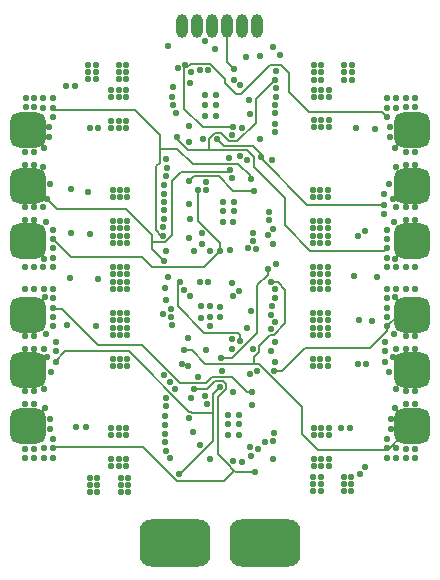
<source format=gbr>
%TF.GenerationSoftware,KiCad,Pcbnew,7.0.2*%
%TF.CreationDate,2023-05-24T20:20:13+03:00*%
%TF.ProjectId,Slimmeri_GD32,536c696d-6d65-4726-995f-474433322e6b,rev?*%
%TF.SameCoordinates,Original*%
%TF.FileFunction,Copper,L2,Inr*%
%TF.FilePolarity,Positive*%
%FSLAX46Y46*%
G04 Gerber Fmt 4.6, Leading zero omitted, Abs format (unit mm)*
G04 Created by KiCad (PCBNEW 7.0.2) date 2023-05-24 20:20:13*
%MOMM*%
%LPD*%
G01*
G04 APERTURE LIST*
G04 Aperture macros list*
%AMRoundRect*
0 Rectangle with rounded corners*
0 $1 Rounding radius*
0 $2 $3 $4 $5 $6 $7 $8 $9 X,Y pos of 4 corners*
0 Add a 4 corners polygon primitive as box body*
4,1,4,$2,$3,$4,$5,$6,$7,$8,$9,$2,$3,0*
0 Add four circle primitives for the rounded corners*
1,1,$1+$1,$2,$3*
1,1,$1+$1,$4,$5*
1,1,$1+$1,$6,$7*
1,1,$1+$1,$8,$9*
0 Add four rect primitives between the rounded corners*
20,1,$1+$1,$2,$3,$4,$5,0*
20,1,$1+$1,$4,$5,$6,$7,0*
20,1,$1+$1,$6,$7,$8,$9,0*
20,1,$1+$1,$8,$9,$2,$3,0*%
G04 Aperture macros list end*
%TA.AperFunction,ComponentPad*%
%ADD10O,1.000000X2.000000*%
%TD*%
%TA.AperFunction,ComponentPad*%
%ADD11C,1.000000*%
%TD*%
%TA.AperFunction,ComponentPad*%
%ADD12RoundRect,0.750000X-0.750000X0.750000X-0.750000X-0.750000X0.750000X-0.750000X0.750000X0.750000X0*%
%TD*%
%TA.AperFunction,ComponentPad*%
%ADD13RoundRect,0.750000X0.750000X-0.750000X0.750000X0.750000X-0.750000X0.750000X-0.750000X-0.750000X0*%
%TD*%
%TA.AperFunction,ComponentPad*%
%ADD14RoundRect,1.000000X-2.000000X-1.000000X2.000000X-1.000000X2.000000X1.000000X-2.000000X1.000000X0*%
%TD*%
%TA.AperFunction,ViaPad*%
%ADD15C,0.550000*%
%TD*%
%TA.AperFunction,Conductor*%
%ADD16C,0.150000*%
%TD*%
G04 APERTURE END LIST*
D10*
%TO.N,/M4*%
%TO.C,J13*%
X138590000Y-53637500D03*
%TO.N,/M3*%
X137320000Y-53637500D03*
%TO.N,/M2*%
X136050000Y-53637500D03*
%TO.N,/M1*%
X134780000Y-53637500D03*
%TO.N,/VBAT*%
X133510000Y-53637500D03*
%TO.N,GND*%
X132240000Y-53637500D03*
%TD*%
D11*
%TO.N,/Motor3/MotorOutA*%
%TO.C,J7*%
X151000000Y-72650000D03*
X152500000Y-72650000D03*
D12*
X151750000Y-71900000D03*
D11*
X151000000Y-71150000D03*
X152500000Y-71150000D03*
%TD*%
%TO.N,/Motor2/MotorOutA*%
%TO.C,J4*%
X118500000Y-63250000D03*
X120000000Y-63250000D03*
D12*
X119250000Y-62500000D03*
D11*
X118500000Y-61750000D03*
X120000000Y-61750000D03*
%TD*%
%TO.N,/Motor3/MotorOutB*%
%TO.C,J8*%
X151000000Y-67950000D03*
X152500000Y-67950000D03*
D12*
X151750000Y-67200000D03*
D11*
X151000000Y-66450000D03*
X152500000Y-66450000D03*
%TD*%
%TO.N,/Motor4/MotorOutC*%
%TO.C,J12*%
X152500000Y-77350000D03*
X151000000Y-77350000D03*
D13*
X151750000Y-78100000D03*
D11*
X152500000Y-78850000D03*
X151000000Y-78850000D03*
%TD*%
D14*
%TO.N,/VBAT*%
%TO.C,TP14*%
X139300000Y-97400000D03*
%TD*%
D11*
%TO.N,/Motor2/MotorOutB*%
%TO.C,J5*%
X118500000Y-67950000D03*
X120000000Y-67950000D03*
D12*
X119250000Y-67200000D03*
D11*
X118500000Y-66450000D03*
X120000000Y-66450000D03*
%TD*%
%TO.N,/Motor3/MotorOutC*%
%TO.C,J9*%
X151000000Y-63250000D03*
X152500000Y-63250000D03*
D12*
X151750000Y-62500000D03*
D11*
X151000000Y-61750000D03*
X152500000Y-61750000D03*
%TD*%
%TO.N,/Motor4/MotorOutB*%
%TO.C,J11*%
X152500000Y-82050000D03*
X151000000Y-82050000D03*
D13*
X151750000Y-82800000D03*
D11*
X152500000Y-83550000D03*
X151000000Y-83550000D03*
%TD*%
D14*
%TO.N,GND*%
%TO.C,TP13*%
X131700000Y-97400000D03*
%TD*%
D11*
%TO.N,/Motor1/MotorOutA*%
%TO.C,J1*%
X120000000Y-77350000D03*
X118500000Y-77350000D03*
D13*
X119250000Y-78100000D03*
D11*
X120000000Y-78850000D03*
X118500000Y-78850000D03*
%TD*%
%TO.N,/Motor4/MotorOutA*%
%TO.C,J10*%
X152500000Y-86750000D03*
X151000000Y-86750000D03*
D13*
X151750000Y-87500000D03*
D11*
X152500000Y-88250000D03*
X151000000Y-88250000D03*
%TD*%
%TO.N,/Motor1/MotorOutB*%
%TO.C,J2*%
X120000000Y-82050000D03*
X118500000Y-82050000D03*
D13*
X119250000Y-82800000D03*
D11*
X120000000Y-83550000D03*
X118500000Y-83550000D03*
%TD*%
%TO.N,/Motor2/MotorOutC*%
%TO.C,J6*%
X118500000Y-72650000D03*
X120000000Y-72650000D03*
D12*
X119250000Y-71900000D03*
D11*
X118500000Y-71150000D03*
X120000000Y-71150000D03*
%TD*%
%TO.N,/Motor1/MotorOutC*%
%TO.C,J3*%
X120000000Y-86750000D03*
X118500000Y-86750000D03*
D13*
X119250000Y-87500000D03*
D11*
X120000000Y-88250000D03*
X118500000Y-88250000D03*
%TD*%
D15*
%TO.N,GND*%
X138000000Y-83150000D03*
X135100000Y-55600000D03*
%TO.N,/M2*%
X136659239Y-57327718D03*
%TO.N,/M3*%
X134200000Y-54975000D03*
%TO.N,GND*%
X136250000Y-64800000D03*
X130900000Y-72700000D03*
X140600000Y-56100000D03*
X139950000Y-55450000D03*
X131050000Y-55400000D03*
X134650000Y-72749500D03*
%TO.N,/Motor4/BEMF_COMMON*%
X136580632Y-76525500D03*
%TO.N,GND*%
X146475000Y-87675000D03*
%TO.N,/5V*%
X134668246Y-90325500D03*
%TO.N,/3.3V*%
X138725000Y-89500000D03*
%TO.N,GND*%
X132250000Y-82250000D03*
X140225000Y-57475000D03*
%TO.N,/Motor3/MotorOutB*%
X138925000Y-64750000D03*
%TO.N,GND*%
X131910150Y-57231529D03*
X139875000Y-65025000D03*
X140200000Y-73850000D03*
X140000000Y-90325000D03*
X135150000Y-60350000D03*
X135125000Y-61250000D03*
X134225000Y-59525000D03*
X134225000Y-61250000D03*
X135150000Y-59525000D03*
X134225000Y-60350000D03*
X136650000Y-69350000D03*
X136625000Y-70250000D03*
X135725000Y-68525000D03*
X135725000Y-70250000D03*
X136650000Y-68525000D03*
X135725000Y-69350000D03*
X136175000Y-86575000D03*
X137100000Y-87400000D03*
X136175000Y-87400000D03*
X137100000Y-86575000D03*
X137075000Y-88300000D03*
X136175000Y-88300000D03*
X134625000Y-79075500D03*
X133850000Y-78350000D03*
X135525000Y-78325000D03*
X134625000Y-78325000D03*
X137101760Y-76058885D03*
X135525000Y-77425000D03*
X134625000Y-77400000D03*
X133850000Y-77400000D03*
X130674500Y-78075000D03*
X130850000Y-75875000D03*
X131277911Y-83788804D03*
X130755746Y-83244254D03*
X132814926Y-82427719D03*
%TO.N,/3.3V*%
X131642300Y-84385900D03*
%TO.N,/5V*%
X133646479Y-83347485D03*
%TO.N,/VBAT*%
X135700000Y-82875000D03*
%TO.N,GND*%
X138646800Y-82853200D03*
X140149003Y-80413160D03*
%TO.N,/3.3V*%
X139824957Y-78109154D03*
X130900000Y-76825000D03*
%TO.N,/5V*%
X136499500Y-75450000D03*
%TO.N,/3.3V*%
X139550000Y-71400000D03*
%TO.N,GND*%
X139975000Y-72125000D03*
X131000000Y-65700000D03*
%TO.N,/3.3V*%
X130950000Y-66400000D03*
%TO.N,GND*%
X137150000Y-64700000D03*
X138916052Y-63215676D03*
%TO.N,/3.3V*%
X131550000Y-58817500D03*
%TO.N,/5V*%
X136696364Y-58196390D03*
%TO.N,/3.3V*%
X137774324Y-65015468D03*
%TO.N,/VBAT*%
X130874500Y-64955900D03*
X143450000Y-88325000D03*
X144075000Y-88325000D03*
X144700000Y-88325000D03*
X144700000Y-87725000D03*
X143450000Y-87725000D03*
X144075000Y-87725000D03*
%TO.N,GND*%
X144700000Y-90325000D03*
X144075000Y-90325000D03*
X143450000Y-90325000D03*
X143450000Y-90925000D03*
X144700000Y-90925000D03*
X144075000Y-90925000D03*
X144000000Y-93075000D03*
X144000000Y-92450000D03*
X144000000Y-91825000D03*
X143400000Y-91825000D03*
X143400000Y-93075000D03*
X143400000Y-92450000D03*
%TO.N,/VBAT*%
X146600000Y-93075000D03*
X146600000Y-92450000D03*
X146600000Y-91825000D03*
X146000000Y-91825000D03*
X146000000Y-93075000D03*
X146000000Y-92450000D03*
X143350000Y-78550000D03*
X143975000Y-78550000D03*
X144600000Y-78550000D03*
X144600000Y-77950000D03*
X143350000Y-77950000D03*
X143975000Y-77950000D03*
X143350000Y-79850000D03*
X143975000Y-79850000D03*
X144600000Y-79850000D03*
X144600000Y-79250000D03*
X143350000Y-79250000D03*
X143975000Y-79250000D03*
%TO.N,GND*%
X143350000Y-82450000D03*
X143975000Y-82450000D03*
X144600000Y-82450000D03*
X144600000Y-81850000D03*
X143350000Y-81850000D03*
X143975000Y-81850000D03*
X143350000Y-75950000D03*
X143975000Y-75950000D03*
X144600000Y-75950000D03*
X144600000Y-75350000D03*
X143350000Y-75350000D03*
X143975000Y-75350000D03*
X143975000Y-74050000D03*
X143350000Y-74650000D03*
X144600000Y-74050000D03*
X143975000Y-74650000D03*
X143350000Y-74050000D03*
X144600000Y-74650000D03*
%TO.N,/VBAT*%
X143975000Y-71450000D03*
X144600000Y-72050000D03*
X143350000Y-72050000D03*
X144600000Y-71450000D03*
X143975000Y-72050000D03*
X143350000Y-71450000D03*
X143975000Y-70150000D03*
X144600000Y-70750000D03*
X143350000Y-70750000D03*
X144600000Y-70150000D03*
X143975000Y-70750000D03*
X143350000Y-70150000D03*
%TO.N,GND*%
X143975000Y-67550000D03*
X144600000Y-68150000D03*
X143350000Y-68150000D03*
X144600000Y-67550000D03*
X143975000Y-68150000D03*
X143350000Y-67550000D03*
%TO.N,/VBAT*%
X146025000Y-57600000D03*
X146025000Y-58225000D03*
X146625000Y-57600000D03*
X146625000Y-56975000D03*
X146025000Y-56975000D03*
X146625000Y-58225000D03*
%TO.N,GND*%
X143425000Y-57600000D03*
X143425000Y-58225000D03*
X144025000Y-57600000D03*
X144025000Y-56975000D03*
X143425000Y-56975000D03*
X144025000Y-58225000D03*
X144050000Y-59050000D03*
X143425000Y-59050000D03*
X144050000Y-59650000D03*
X144675000Y-59650000D03*
X144675000Y-59050000D03*
X143425000Y-59650000D03*
%TO.N,/VBAT*%
X144050000Y-61650000D03*
X143425000Y-61650000D03*
X144050000Y-62250000D03*
X144675000Y-62250000D03*
X144675000Y-61650000D03*
X143425000Y-62250000D03*
X126925000Y-61675000D03*
X126300000Y-61675000D03*
X126925000Y-62275000D03*
X127550000Y-62275000D03*
X127550000Y-61675000D03*
X126300000Y-62275000D03*
%TO.N,GND*%
X126925000Y-59075000D03*
X126925000Y-59675000D03*
X127550000Y-59075000D03*
X127550000Y-59675000D03*
X126300000Y-59675000D03*
X126300000Y-59075000D03*
%TO.N,/VBAT*%
X124950000Y-57550000D03*
X124350000Y-57550000D03*
X124950000Y-58175000D03*
X124350000Y-58175000D03*
X124350000Y-56925000D03*
X124950000Y-56925000D03*
%TO.N,GND*%
X126950000Y-57550000D03*
X127550000Y-57550000D03*
X126950000Y-56925000D03*
X127550000Y-56925000D03*
X127550000Y-58175000D03*
X126950000Y-58175000D03*
X127025000Y-67550000D03*
X127025000Y-68150500D03*
X126400000Y-68150000D03*
X127650000Y-67550000D03*
X126400000Y-67550000D03*
X127650000Y-68150000D03*
%TO.N,/VBAT*%
X127025000Y-70150000D03*
X127025000Y-70750000D03*
X126400000Y-70750000D03*
X127650000Y-70150000D03*
X126400000Y-70150000D03*
X127650000Y-70750000D03*
X127025000Y-71450000D03*
X127025000Y-72050000D03*
X126400000Y-72050000D03*
X127650000Y-71450000D03*
X126400000Y-71450000D03*
X127650000Y-72050000D03*
%TO.N,GND*%
X127025000Y-74050000D03*
X127050000Y-74650000D03*
X126400000Y-74650000D03*
X127650000Y-74050000D03*
X126400000Y-74050000D03*
X127650000Y-74650000D03*
X127025000Y-75350000D03*
X127025000Y-75950000D03*
X126400000Y-75950000D03*
X127650000Y-75350000D03*
X126400000Y-75350000D03*
X127650000Y-75950000D03*
%TO.N,/VBAT*%
X127025000Y-77950000D03*
X127025000Y-78550000D03*
X126400000Y-78550000D03*
X127650000Y-77950000D03*
X126400000Y-77950000D03*
X127650000Y-78550000D03*
X127025000Y-79250000D03*
X127025000Y-79850000D03*
X126400000Y-79850000D03*
X127650000Y-79250000D03*
X126400000Y-79250000D03*
X127650000Y-79850000D03*
%TO.N,GND*%
X127025000Y-81850000D03*
X127025000Y-82450000D03*
X126400000Y-82450000D03*
X127650000Y-81850000D03*
X126400000Y-81850000D03*
X127650000Y-82450000D03*
X127075000Y-92550000D03*
X127675000Y-92525000D03*
X127075000Y-91900000D03*
X127675000Y-91900000D03*
X127675000Y-93150000D03*
X127075000Y-93150000D03*
X126900000Y-90325000D03*
X126900000Y-90925000D03*
X127525000Y-90325000D03*
X127525000Y-90925000D03*
X126275000Y-90925000D03*
X126275000Y-90325000D03*
%TO.N,/VBAT*%
X126900000Y-87725000D03*
X126900000Y-88325000D03*
X127525000Y-87725000D03*
X127525000Y-88325000D03*
X126275000Y-88325000D03*
X126275000Y-87725000D03*
X125075000Y-92525000D03*
X124475000Y-92525000D03*
X124475000Y-93150000D03*
X125075000Y-93150000D03*
X125075000Y-91900000D03*
X124475000Y-91900000D03*
%TO.N,/Motor1/MotorOutC*%
X121075000Y-87800000D03*
X121375000Y-89400000D03*
X120575000Y-90200000D03*
X120575000Y-89400000D03*
%TO.N,/Motor1/MotorOutA*%
X121375000Y-75900000D03*
X119000000Y-79900000D03*
X120775000Y-79700000D03*
%TO.N,/Motor1/MotorOutC*%
X119000000Y-85700000D03*
X121375000Y-90200000D03*
X119775000Y-89500000D03*
X119775000Y-85700000D03*
%TO.N,/Motor1/MotorOutA*%
X120575000Y-75900000D03*
%TO.N,/Motor1/MotorOutB*%
X121575000Y-80400000D03*
X120575000Y-84400000D03*
%TO.N,/Motor1/MotorOutA*%
X121375000Y-78300000D03*
%TO.N,/Motor1/MotorOutC*%
X119000000Y-90200000D03*
X119775000Y-90200000D03*
X119000000Y-89500000D03*
%TO.N,/Motor1/MotorOutB*%
X119775000Y-81000000D03*
%TO.N,/Motor1/MotorOutA*%
X119000000Y-75900000D03*
%TO.N,/Motor1/MotorOutC*%
X120675000Y-86000000D03*
%TO.N,/Motor1/MotorOutB*%
X121175000Y-83000000D03*
X119000000Y-81000000D03*
X121575000Y-81200000D03*
%TO.N,/Motor1/MotorOutA*%
X121375000Y-79100000D03*
%TO.N,/Motor1/MotorOutB*%
X119000000Y-84600000D03*
%TO.N,/Motor1/MotorOutA*%
X121375000Y-77500000D03*
X120675000Y-76600000D03*
%TO.N,/Motor1/MotorOutC*%
X121375000Y-88600000D03*
%TO.N,/Motor1/MotorOutB*%
X119775000Y-84600000D03*
%TO.N,/Motor1/MotorOutC*%
X121075000Y-86900000D03*
%TO.N,/Motor1/MotorOutB*%
X120875000Y-81700000D03*
%TO.N,/Motor1/MotorOutA*%
X119775000Y-79900000D03*
%TO.N,/Motor1/MotorOutB*%
X120575000Y-81000000D03*
%TO.N,/Motor1/MotorOutA*%
X119775000Y-75900000D03*
X121375000Y-76700000D03*
%TO.N,/Motor1/MotorOutB*%
X121575000Y-82100000D03*
%TO.N,/Motor4/MotorOutC*%
X149625000Y-79100000D03*
X149625000Y-78300000D03*
X151225000Y-75900000D03*
X151225000Y-79900000D03*
%TO.N,/Motor4/MotorOutA*%
X149625000Y-88600000D03*
X152000000Y-90200000D03*
X149925000Y-86900000D03*
X150325000Y-86000000D03*
X152000000Y-89500000D03*
X151225000Y-90200000D03*
%TO.N,/Motor4/MotorOutB*%
X150425000Y-81000000D03*
X152000000Y-84600000D03*
X149425000Y-81200000D03*
X149425000Y-80400000D03*
X150425000Y-84400000D03*
X150125000Y-81700000D03*
X149825000Y-83000000D03*
X151225000Y-84600000D03*
X151225000Y-81000000D03*
X149425000Y-82100000D03*
%TO.N,/Motor4/MotorOutC*%
X152000000Y-75900000D03*
X149625000Y-76700000D03*
%TO.N,/Motor4/MotorOutB*%
X152000000Y-81000000D03*
%TO.N,/Motor4/MotorOutC*%
X149625000Y-77500000D03*
X150325000Y-76600000D03*
X150425000Y-75900000D03*
X149625000Y-75900000D03*
X152000000Y-79900000D03*
X150225000Y-79700000D03*
%TO.N,/Motor4/MotorOutA*%
X149925000Y-87800000D03*
X149625000Y-89400000D03*
X150425000Y-90200000D03*
X150425000Y-89400000D03*
X152000000Y-85700000D03*
X149625000Y-90200000D03*
X151225000Y-89500000D03*
X151225000Y-85700000D03*
%TO.N,/Motor3/MotorOutA*%
X140125500Y-58253609D03*
%TO.N,Net-(Q18-G)*%
X147025000Y-62339500D03*
%TO.N,Net-(Q17-G)*%
X148650000Y-62400000D03*
%TO.N,Net-(Q16-G)*%
X147725000Y-71000000D03*
%TO.N,Net-(Q15-G)*%
X147150000Y-71485500D03*
%TO.N,Net-(Q14-G)*%
X146825000Y-74800000D03*
%TO.N,Net-(Q13-G)*%
X148800000Y-74950000D03*
%TO.N,/M2*%
X132875500Y-63525000D03*
%TO.N,/M3*%
X134193294Y-84975145D03*
%TO.N,/M1*%
X136525000Y-81000000D03*
%TO.N,/M4*%
X134325500Y-66875997D03*
%TO.N,/Motor2/MotorOutB*%
X136349500Y-65880637D03*
%TO.N,/Motor3/MotorOutB*%
X135256007Y-63243993D03*
%TO.N,/Motor3/CHIGH*%
X131399500Y-59640514D03*
%TO.N,/Motor3/AHIGH*%
X131781605Y-61030163D03*
%TO.N,/Motor3/BHIGH*%
X131471997Y-60340016D03*
%TO.N,/Motor3/ALOW*%
X132950000Y-58500000D03*
%TO.N,/Motor3/BLOW*%
X133000000Y-57550000D03*
%TO.N,/Motor3/CLOW*%
X133785897Y-57349502D03*
%TO.N,/Motor3/MotorOutB*%
X138875000Y-56225000D03*
%TO.N,/Motor3/MotorOutC*%
X132550498Y-56950000D03*
%TO.N,/Motor3/V_SENSE*%
X134484800Y-57378449D03*
%TO.N,Net-(Q13-G)*%
X140175000Y-62625000D03*
%TO.N,Net-(Q14-G)*%
X140175000Y-61925000D03*
%TO.N,Net-(Q15-G)*%
X140175000Y-61050000D03*
%TO.N,Net-(Q16-G)*%
X140175000Y-60350000D03*
%TO.N,Net-(Q17-G)*%
X140200008Y-59650945D03*
%TO.N,Net-(Q18-G)*%
X140225044Y-58951891D03*
%TO.N,/Motor3/MotorOutA*%
X131875000Y-63050000D03*
%TO.N,/Motor3/MotorOutC*%
X136626347Y-62215578D03*
%TO.N,/Motor3/BEMF_COMMON*%
X137675000Y-56275000D03*
X137192765Y-58689228D03*
%TO.N,/Motor3/GHC*%
X137907289Y-59899500D03*
%TO.N,/Motor3/GHB*%
X138038139Y-61097109D03*
%TO.N,/Motor3/GHA*%
X137334156Y-62302754D03*
X132825500Y-62099500D03*
%TO.N,/Motor3/GHB*%
X134031743Y-63206243D03*
%TO.N,/Motor3/GHC*%
X136526521Y-62907921D03*
%TO.N,/Motor2/MotorOutC*%
X133588984Y-67572300D03*
%TO.N,/Motor2/MotorOutA*%
X138075000Y-66599500D03*
%TO.N,Net-(Q7-G)*%
X122450000Y-58775000D03*
%TO.N,Net-(Q8-G)*%
X123225000Y-58775000D03*
%TO.N,Net-(Q9-G)*%
X122875000Y-67475000D03*
%TO.N,Net-(Q10-G)*%
X124300000Y-67725000D03*
%TO.N,Net-(Q11-G)*%
X122875000Y-71150000D03*
%TO.N,Net-(Q12-G)*%
X124450000Y-71250000D03*
%TO.N,/Motor2/MotorOutC*%
X121325000Y-70900000D03*
X121325000Y-71700000D03*
X119725000Y-74100000D03*
X119725000Y-70100000D03*
%TO.N,/Motor2/MotorOutA*%
X121325000Y-61400000D03*
X119050000Y-59800000D03*
X121025000Y-63100000D03*
X120625000Y-64000000D03*
X119050000Y-60500000D03*
X119725000Y-59800000D03*
%TO.N,/Motor2/MotorOutB*%
X120525000Y-69000000D03*
X119000000Y-65400000D03*
X120525000Y-65600000D03*
X120825000Y-68300000D03*
X121125000Y-67000000D03*
X119725000Y-65400000D03*
X119725000Y-69000000D03*
%TO.N,/Motor2/MotorOutC*%
X119000000Y-74100000D03*
X121325000Y-73300000D03*
%TO.N,/Motor2/MotorOutB*%
X119000000Y-69000000D03*
%TO.N,/Motor2/MotorOutC*%
X121325000Y-72500000D03*
X120625000Y-73400000D03*
X120525000Y-74100000D03*
X121325000Y-74100000D03*
X119000000Y-70100000D03*
X120725000Y-70300000D03*
%TO.N,/Motor2/MotorOutA*%
X121025000Y-62200000D03*
X121325000Y-60600000D03*
X120525000Y-59800000D03*
X120525000Y-60600000D03*
X119000000Y-64300000D03*
X121325000Y-59800000D03*
X119725000Y-60500000D03*
X119725000Y-64300000D03*
%TO.N,GND*%
X136300000Y-72650000D03*
%TO.N,/Motor2/V_SENSE*%
X138532041Y-72578173D03*
%TO.N,GND*%
X133304851Y-72751549D03*
%TO.N,/Motor2/MotorOutC*%
X135484016Y-72749500D03*
%TO.N,/Motor2/MotorOutA*%
X130692344Y-71405860D03*
%TO.N,/Motor2/MotorOutB*%
X130750000Y-73575000D03*
%TO.N,/Motor2/BEMF_COMMON*%
X131075000Y-74900000D03*
%TO.N,/Motor2/BEMFA_1*%
X132900000Y-71650000D03*
%TO.N,/Motor2/BEMFB_1*%
X133925000Y-71225000D03*
%TO.N,/Motor2/BEMFC_1*%
X133941124Y-72115277D03*
%TO.N,GND*%
X124500000Y-62325000D03*
X125200000Y-62325000D03*
X145750000Y-87675000D03*
%TO.N,/Motor1/BEMF_COMMON*%
X130950000Y-89625000D03*
X133808012Y-89177717D03*
%TO.N,/Motor1/V_SENSE*%
X136600000Y-90500000D03*
%TO.N,/Motor1/CLOW*%
X137378231Y-90557769D03*
%TO.N,/Motor1/BLOW*%
X138091149Y-90034942D03*
%TO.N,/Motor1/MotorOutA*%
X131262827Y-90250654D03*
X138225000Y-84650000D03*
%TO.N,/Motor1/ALOW*%
X138037500Y-89337500D03*
%TO.N,/Motor1/MotorOutB*%
X135509082Y-84208375D03*
X132029559Y-91582185D03*
%TO.N,/Motor1/MotorOutC*%
X133325000Y-84400000D03*
X138424502Y-91450000D03*
%TO.N,/Motor1/CHIGH*%
X139273200Y-88891800D03*
%TO.N,/Motor1/BHIGH*%
X139971022Y-88843331D03*
%TO.N,/Motor1/AHIGH*%
X140019655Y-88145521D03*
%TO.N,/Motor3/MotorOutC*%
X152000000Y-59800000D03*
X149900000Y-63100000D03*
X149600000Y-61400000D03*
X151200000Y-59800000D03*
X152000000Y-60500000D03*
X150300000Y-64000000D03*
X149900000Y-62200000D03*
X151200000Y-64300000D03*
X149600000Y-59800000D03*
X150400000Y-59800000D03*
X149600000Y-60600000D03*
X152000000Y-64300000D03*
X151200000Y-60500000D03*
X150400000Y-60600000D03*
%TO.N,/Motor3/MotorOutB*%
X151200000Y-69000000D03*
X151200000Y-65400000D03*
X149400000Y-68800000D03*
X149800000Y-67000000D03*
X150100000Y-68300000D03*
X150400000Y-65600000D03*
X149400000Y-69600000D03*
X152000000Y-65400000D03*
X150400000Y-69000000D03*
X149400000Y-67900000D03*
X152000000Y-69000000D03*
%TO.N,/Motor3/MotorOutA*%
X150200000Y-70300000D03*
X149600000Y-72500000D03*
X150300000Y-73400000D03*
X150400000Y-74100000D03*
X152000000Y-70100000D03*
X149600000Y-73300000D03*
X152000000Y-74100000D03*
X149600000Y-74100000D03*
X149600000Y-71700000D03*
X151200000Y-74100000D03*
X151200000Y-70100000D03*
X149600000Y-70900000D03*
%TO.N,Net-(Q1-G)*%
X130875000Y-85850000D03*
X125125000Y-75100000D03*
%TO.N,Net-(Q2-G)*%
X130900000Y-85150000D03*
X122775000Y-75025000D03*
%TO.N,Net-(Q3-G)*%
X130825000Y-86725000D03*
X122575000Y-78950000D03*
%TO.N,Net-(Q4-G)*%
X124987500Y-79085500D03*
X130825000Y-87425000D03*
%TO.N,Net-(Q5-G)*%
X130850000Y-88200000D03*
X123325000Y-87600000D03*
%TO.N,Net-(Q6-G)*%
X130824621Y-88899042D03*
X124175000Y-87600000D03*
%TO.N,/Motor4/MotorOutA*%
X132400000Y-81125000D03*
X139775000Y-75350000D03*
%TO.N,/Motor4/MotorOutB*%
X139541810Y-74243011D03*
X135575000Y-81750000D03*
%TO.N,/Motor4/MotorOutC*%
X132103518Y-75316245D03*
X140078200Y-82871800D03*
X137214500Y-80314904D03*
%TO.N,Net-(Q7-G)*%
X130725000Y-67150000D03*
%TO.N,/Motor1/GHA*%
X133025000Y-85150000D03*
X138225000Y-85725500D03*
%TO.N,/Motor1/GHB*%
X136609773Y-84654279D03*
X132900500Y-86850834D03*
%TO.N,/Motor1/GHC*%
X134375500Y-85650500D03*
X133173063Y-88037998D03*
%TO.N,Net-(Q8-G)*%
X130725000Y-67875497D03*
%TO.N,Net-(Q9-G)*%
X130725000Y-68575000D03*
%TO.N,Net-(Q10-G)*%
X130725000Y-69274503D03*
%TO.N,Net-(Q11-G)*%
X130725000Y-69975000D03*
%TO.N,Net-(Q12-G)*%
X130700000Y-70700000D03*
%TO.N,Net-(Q19-G)*%
X140149500Y-82100000D03*
X147372650Y-91609407D03*
%TO.N,Net-(Q20-G)*%
X139788364Y-81216590D03*
X147776464Y-91038235D03*
%TO.N,Net-(Q21-G)*%
X139825000Y-79325000D03*
X147875500Y-82314500D03*
%TO.N,Net-(Q22-G)*%
X140173803Y-78715462D03*
X147175997Y-82314500D03*
%TO.N,Net-(Q23-G)*%
X148350000Y-78650000D03*
X139927481Y-77386292D03*
%TO.N,Net-(Q24-G)*%
X147225000Y-78514500D03*
X140170509Y-76679491D03*
%TO.N,/Motor2/GHA*%
X132897485Y-66778521D03*
X138350000Y-67625500D03*
%TO.N,/Motor2/GHB*%
X136544030Y-66552546D03*
X132853200Y-68728200D03*
%TO.N,/Motor2/GHC*%
X134325500Y-67575500D03*
X132964843Y-69979685D03*
%TO.N,/Motor4/GHA*%
X132750500Y-80049500D03*
X138250000Y-81000500D03*
%TO.N,/Motor4/GHB*%
X137795903Y-79215000D03*
X134321584Y-81123649D03*
%TO.N,/Motor4/GHC*%
X138124503Y-77825498D03*
X136524500Y-80200000D03*
%TO.N,/Motor4/BEMF_COMMON*%
X140151684Y-75939418D03*
%TO.N,/Motor2/CLOW*%
X137840266Y-72474500D03*
%TO.N,/Motor2/BLOW*%
X138266760Y-71873212D03*
%TO.N,/Motor2/ALOW*%
X138300000Y-71174500D03*
%TO.N,/Motor2/CHIGH*%
X140017942Y-70880064D03*
%TO.N,/Motor2/BHIGH*%
X139624500Y-70125500D03*
%TO.N,/Motor2/AHIGH*%
X139673707Y-69427730D03*
%TO.N,/Motor4/V_SENSE*%
X134486987Y-75347840D03*
%TO.N,/Motor4/CLOW*%
X133787486Y-75349500D03*
%TO.N,/Motor4/BLOW*%
X132399500Y-75982048D03*
%TO.N,/Motor4/ALOW*%
X132934450Y-76525500D03*
%TO.N,/Motor4/CHIGH*%
X131299403Y-77584170D03*
%TO.N,/Motor4/BHIGH*%
X131366161Y-78280480D03*
%TO.N,/Motor4/AHIGH*%
X131449503Y-78975000D03*
%TD*%
D16*
%TO.N,/Motor4/MotorOutC*%
X149625000Y-79492893D02*
X149625000Y-79100000D01*
X148217893Y-80900000D02*
X149625000Y-79492893D01*
X140100000Y-82850000D02*
X140725000Y-82850000D01*
X140078200Y-82871800D02*
X140100000Y-82850000D01*
X140725000Y-82850000D02*
X142675000Y-80900000D01*
X142675000Y-80900000D02*
X148217893Y-80900000D01*
%TO.N,/Motor4/MotorOutA*%
X143775000Y-89575000D02*
X149675000Y-89575000D01*
X142400000Y-88200000D02*
X143775000Y-89575000D01*
X149675000Y-89575000D02*
X151000000Y-88250000D01*
X142400000Y-85900000D02*
X142400000Y-88200000D01*
X138750000Y-82250000D02*
X142400000Y-85900000D01*
X138350000Y-82250000D02*
X138750000Y-82250000D01*
X138350000Y-81650000D02*
X138350000Y-82250000D01*
X138750000Y-81250000D02*
X138350000Y-81650000D01*
X138750000Y-80800000D02*
X138750000Y-81250000D01*
X140025000Y-79850000D02*
X139700000Y-79850000D01*
X141025000Y-76000000D02*
X141025000Y-78850000D01*
X141025000Y-78850000D02*
X140025000Y-79850000D01*
X139700000Y-79850000D02*
X138750000Y-80800000D01*
X140375000Y-75350000D02*
X141025000Y-76000000D01*
X139775000Y-75350000D02*
X140375000Y-75350000D01*
X133125000Y-81125000D02*
X134250000Y-82250000D01*
X134250000Y-82250000D02*
X138350000Y-82250000D01*
X132400000Y-81125000D02*
X133125000Y-81125000D01*
%TO.N,/Motor1/MotorOutA*%
X122100000Y-77600000D02*
X121400000Y-77600000D01*
X125150000Y-80650000D02*
X122100000Y-77600000D01*
X128867893Y-80650000D02*
X125150000Y-80650000D01*
X132117893Y-83900000D02*
X128867893Y-80650000D01*
X134300000Y-83900000D02*
X132117893Y-83900000D01*
X136500000Y-83400000D02*
X134800000Y-83400000D01*
X137750000Y-84650000D02*
X136500000Y-83400000D01*
X138225000Y-84650000D02*
X137750000Y-84650000D01*
X134800000Y-83400000D02*
X134300000Y-83900000D01*
%TO.N,/Motor1/MotorOutC*%
X134400000Y-84400000D02*
X133325000Y-84400000D01*
X136009082Y-84415482D02*
X136009082Y-84001975D01*
X136009082Y-84001975D02*
X135707107Y-83700000D01*
X135100000Y-83700000D02*
X134400000Y-84400000D01*
X136075000Y-90642893D02*
X135350000Y-89917893D01*
X135350000Y-85074564D02*
X136009082Y-84415482D01*
X136075000Y-90682108D02*
X136075000Y-90642893D01*
X135350000Y-89917893D02*
X135350000Y-85074564D01*
X136696446Y-91303554D02*
X136075000Y-90682108D01*
X135707107Y-83700000D02*
X135100000Y-83700000D01*
%TO.N,/M2*%
X136050000Y-56718479D02*
X136050000Y-53637500D01*
X136659239Y-57327718D02*
X136050000Y-56718479D01*
%TO.N,/Motor3/MotorOutC*%
X149175000Y-60975000D02*
X149600000Y-61400000D01*
X143050000Y-60975000D02*
X149175000Y-60975000D01*
X141325000Y-59250000D02*
X143050000Y-60975000D01*
X141325000Y-57625000D02*
X141325000Y-59250000D01*
X140650000Y-56950000D02*
X141325000Y-57625000D01*
X139750000Y-56950000D02*
X140650000Y-56950000D01*
X135950000Y-58500000D02*
X136850000Y-59400000D01*
X136850000Y-59400000D02*
X137300000Y-59400000D01*
X134662960Y-56849502D02*
X135950000Y-58136541D01*
X132721696Y-57121198D02*
X132993392Y-56849502D01*
X135950000Y-58136541D02*
X135950000Y-58500000D01*
X137300000Y-59400000D02*
X139750000Y-56950000D01*
X132550498Y-56950000D02*
X132721696Y-57121198D01*
X132993392Y-56849502D02*
X134662960Y-56849502D01*
%TO.N,/Motor2/MotorOutA*%
X131875000Y-64050000D02*
X130375000Y-64050000D01*
X137025000Y-65350000D02*
X133175000Y-65350000D01*
X138075000Y-66599500D02*
X138075000Y-66400000D01*
X138075000Y-66400000D02*
X137025000Y-65350000D01*
X133175000Y-65350000D02*
X131875000Y-64050000D01*
X130375000Y-64050000D02*
X130375000Y-65250000D01*
%TO.N,/Motor2/MotorOutB*%
X131450000Y-71355311D02*
X130855311Y-71950000D01*
X130855311Y-71950000D02*
X129750000Y-71950000D01*
X129750000Y-71950000D02*
X129700000Y-72000000D01*
X132200000Y-66000000D02*
X131450000Y-66750000D01*
X136230137Y-66000000D02*
X132200000Y-66000000D01*
X131450000Y-66750000D02*
X131450000Y-71355311D01*
X136349500Y-65880637D02*
X136230137Y-66000000D01*
X129700000Y-72000000D02*
X129700000Y-72150000D01*
%TO.N,/Motor2/GHA*%
X135375997Y-66375997D02*
X136625500Y-67625500D01*
X133300009Y-66375997D02*
X135375997Y-66375997D01*
X132897485Y-66778521D02*
X133300009Y-66375997D01*
X136625500Y-67625500D02*
X138350000Y-67625500D01*
%TO.N,/Motor2/MotorOutB*%
X127550000Y-69175000D02*
X121700000Y-69175000D01*
X121700000Y-69175000D02*
X120825000Y-68300000D01*
X129700000Y-72150000D02*
X129700000Y-71325000D01*
X129700000Y-71325000D02*
X127550000Y-69175000D01*
X129700000Y-72150000D02*
X129700000Y-72525000D01*
X129700000Y-72525000D02*
X130750000Y-73575000D01*
%TO.N,/Motor4/MotorOutB*%
X136521345Y-81750000D02*
X135575000Y-81750000D01*
X138624503Y-75627587D02*
X138624503Y-79646842D01*
X139541810Y-74710280D02*
X138624503Y-75627587D01*
X138624503Y-79646842D02*
X136521345Y-81750000D01*
X139541810Y-74243011D02*
X139541810Y-74710280D01*
%TO.N,/Motor3/MotorOutA*%
X134575000Y-63217893D02*
X134575000Y-64175000D01*
X135048900Y-62743993D02*
X134575000Y-63217893D01*
X136232921Y-63407921D02*
X135568993Y-62743993D01*
X135568993Y-62743993D02*
X135048900Y-62743993D01*
X136967079Y-63407921D02*
X136232921Y-63407921D01*
X138538139Y-61836861D02*
X136967079Y-63407921D01*
X138538139Y-59840970D02*
X138538139Y-61836861D01*
X140125500Y-58253609D02*
X138538139Y-59840970D01*
X134575000Y-64175000D02*
X137800000Y-64175000D01*
X132818393Y-64175000D02*
X134575000Y-64175000D01*
X149400000Y-72700000D02*
X149600000Y-72500000D01*
X143125000Y-72700000D02*
X149400000Y-72700000D01*
X138375000Y-65600000D02*
X140975000Y-68200000D01*
X138375000Y-64750000D02*
X138375000Y-65600000D01*
X140975000Y-68200000D02*
X140975000Y-70550000D01*
X137800000Y-64175000D02*
X138375000Y-64750000D01*
X140975000Y-70550000D02*
X143125000Y-72700000D01*
X131875000Y-63231607D02*
X132818393Y-64175000D01*
X131875000Y-63050000D02*
X131875000Y-63231607D01*
%TO.N,/Motor3/MotorOutB*%
X135837014Y-63825000D02*
X135256007Y-63243993D01*
X138250000Y-63825000D02*
X135837014Y-63825000D01*
X138925000Y-64500000D02*
X138250000Y-63825000D01*
X138925000Y-64750000D02*
X138925000Y-64500000D01*
X142845444Y-68800000D02*
X149400000Y-68800000D01*
X138925000Y-64879556D02*
X142845444Y-68800000D01*
X138925000Y-64750000D02*
X138925000Y-64879556D01*
%TO.N,/Motor1/MotorOutB*%
X134875500Y-88817336D02*
X134875500Y-86400000D01*
X132110651Y-91582185D02*
X134875500Y-88817336D01*
X132029559Y-91582185D02*
X132110651Y-91582185D01*
%TO.N,/Motor3/MotorOutC*%
X132450000Y-57050498D02*
X132550498Y-56950000D01*
X134015578Y-62215578D02*
X132450000Y-60650000D01*
X132450000Y-60650000D02*
X132450000Y-57050498D01*
X136626347Y-62215578D02*
X134015578Y-62215578D01*
%TO.N,/Motor4/MotorOutC*%
X137214500Y-79864500D02*
X137214500Y-80314904D01*
X137025000Y-79675000D02*
X137214500Y-79864500D01*
X131900000Y-77400000D02*
X134175000Y-79675000D01*
X134175000Y-79675000D02*
X137025000Y-79675000D01*
X131900000Y-75519763D02*
X131900000Y-77400000D01*
X132103518Y-75316245D02*
X131900000Y-75519763D01*
%TO.N,/Motor1/MotorOutB*%
X132900834Y-86350834D02*
X127750000Y-81200000D01*
X127750000Y-81200000D02*
X122400000Y-81200000D01*
X133156773Y-86400000D02*
X133107607Y-86350834D01*
X122400000Y-81200000D02*
X121500000Y-82100000D01*
X134875500Y-86400000D02*
X133156773Y-86400000D01*
X133107607Y-86350834D02*
X132900834Y-86350834D01*
X134875500Y-84841957D02*
X134875500Y-86400000D01*
X135509082Y-84208375D02*
X134875500Y-84841957D01*
%TO.N,/Motor2/MotorOutA*%
X130075000Y-65550000D02*
X130375000Y-65250000D01*
X130530860Y-71405860D02*
X130075000Y-70950000D01*
X130692344Y-71405860D02*
X130530860Y-71405860D01*
X130075000Y-70950000D02*
X130075000Y-65550000D01*
%TO.N,/Motor4/MotorOutC*%
X149625000Y-79100000D02*
X150625000Y-78100000D01*
X150625000Y-78100000D02*
X151750000Y-78100000D01*
%TO.N,/Motor2/MotorOutC*%
X133588984Y-67572300D02*
X133588984Y-70181877D01*
X133588984Y-70181877D02*
X135484016Y-72076909D01*
X135484016Y-72076909D02*
X135484016Y-72749500D01*
%TO.N,/Motor2/MotorOutA*%
X130375000Y-65250000D02*
X130375000Y-62875000D01*
%TO.N,/Motor2/MotorOutC*%
X128925000Y-73250000D02*
X122875000Y-73250000D01*
X122875000Y-73250000D02*
X121325000Y-71700000D01*
X129750000Y-74075000D02*
X128925000Y-73250000D01*
X134158516Y-74075000D02*
X129750000Y-74075000D01*
X135484016Y-72749500D02*
X134158516Y-74075000D01*
%TO.N,/Motor2/MotorOutA*%
X121475000Y-60750000D02*
X121325000Y-60600000D01*
X130375000Y-62875000D02*
X128250000Y-60750000D01*
X128250000Y-60750000D02*
X121475000Y-60750000D01*
%TO.N,/Motor1/MotorOutC*%
X129000000Y-89300000D02*
X121500000Y-89300000D01*
X135850000Y-92150000D02*
X131850000Y-92150000D01*
X136696446Y-91303554D02*
X135850000Y-92150000D01*
X136842892Y-91450000D02*
X136696446Y-91303554D01*
X138424502Y-91450000D02*
X136842892Y-91450000D01*
X129000000Y-89300000D02*
X131850000Y-92150000D01*
%TD*%
M02*

</source>
